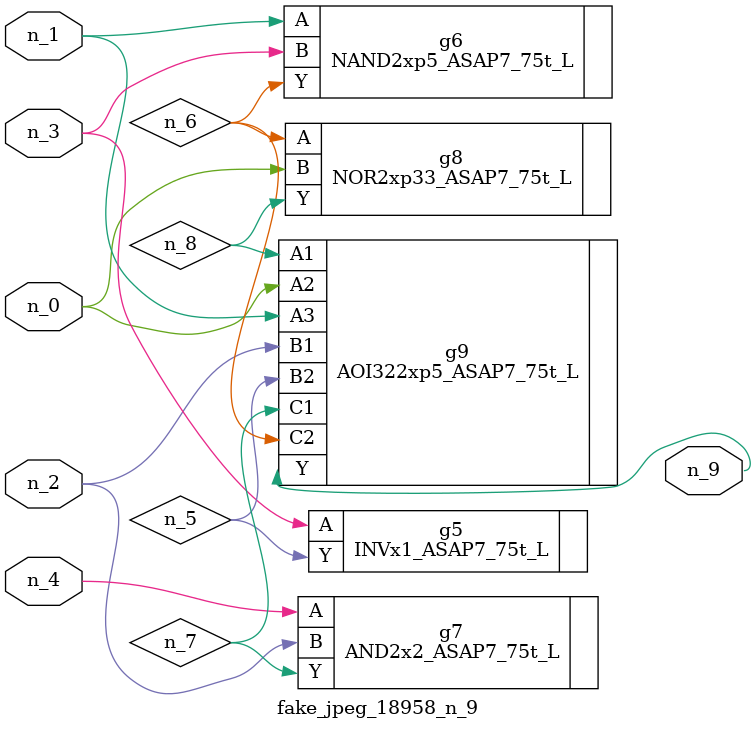
<source format=v>
module fake_jpeg_18958_n_9 (n_3, n_2, n_1, n_0, n_4, n_9);

input n_3;
input n_2;
input n_1;
input n_0;
input n_4;

output n_9;

wire n_8;
wire n_6;
wire n_5;
wire n_7;

INVx1_ASAP7_75t_L g5 ( 
.A(n_3),
.Y(n_5)
);

NAND2xp5_ASAP7_75t_L g6 ( 
.A(n_1),
.B(n_3),
.Y(n_6)
);

AND2x2_ASAP7_75t_L g7 ( 
.A(n_4),
.B(n_2),
.Y(n_7)
);

NOR2xp33_ASAP7_75t_L g8 ( 
.A(n_6),
.B(n_0),
.Y(n_8)
);

AOI322xp5_ASAP7_75t_L g9 ( 
.A1(n_8),
.A2(n_0),
.A3(n_1),
.B1(n_2),
.B2(n_5),
.C1(n_7),
.C2(n_6),
.Y(n_9)
);


endmodule
</source>
